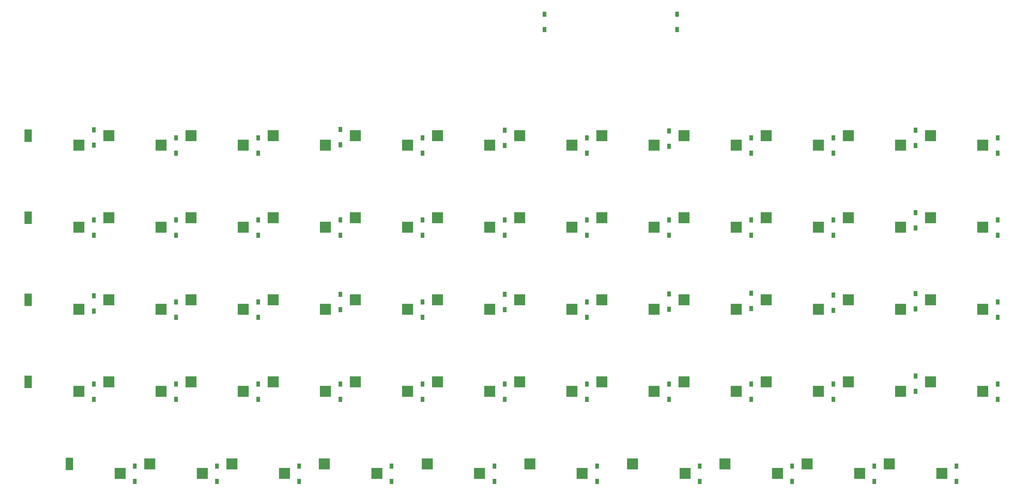
<source format=gbr>
%TF.GenerationSoftware,KiCad,Pcbnew,9.0.1*%
%TF.CreationDate,2025-05-11T16:24:07+09:00*%
%TF.ProjectId,Thinpact,5468696e-7061-4637-942e-6b696361645f,rev?*%
%TF.SameCoordinates,Original*%
%TF.FileFunction,Paste,Bot*%
%TF.FilePolarity,Positive*%
%FSLAX46Y46*%
G04 Gerber Fmt 4.6, Leading zero omitted, Abs format (unit mm)*
G04 Created by KiCad (PCBNEW 9.0.1) date 2025-05-11 16:24:07*
%MOMM*%
%LPD*%
G01*
G04 APERTURE LIST*
%ADD10R,2.600000X2.600000*%
%ADD11R,0.950000X1.300000*%
%ADD12R,1.800000X3.000000*%
G04 APERTURE END LIST*
D10*
%TO.C,SW51*%
X220025000Y-94187500D03*
X232175000Y-96387500D03*
%TD*%
%TO.C,SW56*%
X239075000Y-94187500D03*
X251225000Y-96387500D03*
%TD*%
%TO.C,SW35*%
X162875000Y-75137500D03*
X175025000Y-77337500D03*
%TD*%
D11*
%TO.C,D45*%
X216550000Y-75662500D03*
X216550000Y-79212500D03*
%TD*%
%TO.C,D52*%
X235600000Y-111825000D03*
X235600000Y-115375000D03*
%TD*%
D10*
%TO.C,SW33*%
X143825000Y-132287500D03*
X155975000Y-134487500D03*
%TD*%
D11*
%TO.C,D36*%
X178450000Y-94712500D03*
X178450000Y-98262500D03*
%TD*%
D10*
%TO.C,SW48*%
X200975000Y-132287500D03*
X213125000Y-134487500D03*
%TD*%
D11*
%TO.C,D58*%
X254650000Y-132812500D03*
X254650000Y-136362500D03*
%TD*%
%TO.C,D37*%
X178450000Y-111925000D03*
X178450000Y-115475000D03*
%TD*%
D10*
%TO.C,SW23*%
X105725000Y-132287500D03*
X117875000Y-134487500D03*
%TD*%
%TO.C,SW32*%
X143825000Y-113237500D03*
X155975000Y-115437500D03*
%TD*%
%TO.C,SW49*%
X210500000Y-151337500D03*
X222650000Y-153537500D03*
%TD*%
%TO.C,SW40*%
X181925000Y-75137500D03*
X194075000Y-77337500D03*
%TD*%
D11*
%TO.C,D44*%
X207025000Y-151862500D03*
X207025000Y-155412500D03*
%TD*%
%TO.C,D53*%
X235600000Y-130925000D03*
X235600000Y-134475000D03*
%TD*%
%TO.C,D43*%
X197500000Y-132812500D03*
X197500000Y-136362500D03*
%TD*%
%TO.C,D31*%
X159400000Y-94712500D03*
X159400000Y-98262500D03*
%TD*%
D10*
%TO.C,SW47*%
X200975000Y-113237500D03*
X213125000Y-115437500D03*
%TD*%
D11*
%TO.C,D19*%
X92725000Y-151862500D03*
X92725000Y-155412500D03*
%TD*%
%TO.C,D42*%
X197500000Y-111725000D03*
X197500000Y-115275000D03*
%TD*%
D10*
%TO.C,SW18*%
X86675000Y-132287500D03*
X98825000Y-134487500D03*
%TD*%
D11*
%TO.C,D33*%
X159400000Y-132812500D03*
X159400000Y-136362500D03*
%TD*%
%TO.C,D4*%
X45100000Y-132812500D03*
X45100000Y-136362500D03*
%TD*%
D10*
%TO.C,SW53*%
X220025000Y-132287500D03*
X232175000Y-134487500D03*
%TD*%
%TO.C,SW19*%
X77150000Y-151337500D03*
X89300000Y-153537500D03*
%TD*%
%TO.C,SW7*%
X48575000Y-113237500D03*
X60725000Y-115437500D03*
%TD*%
D11*
%TO.C,D57*%
X254650000Y-113762500D03*
X254650000Y-117312500D03*
%TD*%
D12*
%TO.C,SW9*%
X39450000Y-151337500D03*
D10*
X51200000Y-153537500D03*
%TD*%
%TO.C,SW14*%
X58100000Y-151337500D03*
X70250000Y-153537500D03*
%TD*%
D11*
%TO.C,D11*%
X83200000Y-94712500D03*
X83200000Y-98262500D03*
%TD*%
D10*
%TO.C,SW42*%
X181925000Y-113237500D03*
X194075000Y-115437500D03*
%TD*%
D11*
%TO.C,D48*%
X216550000Y-132812500D03*
X216550000Y-136362500D03*
%TD*%
%TO.C,D21*%
X121300000Y-94712500D03*
X121300000Y-98262500D03*
%TD*%
%TO.C,D14*%
X73675000Y-151862500D03*
X73675000Y-155412500D03*
%TD*%
D10*
%TO.C,SW52*%
X220025000Y-113237500D03*
X232175000Y-115437500D03*
%TD*%
%TO.C,SW44*%
X191450000Y-151337500D03*
X203600000Y-153537500D03*
%TD*%
%TO.C,SW21*%
X105725000Y-94187500D03*
X117875000Y-96387500D03*
%TD*%
%TO.C,SW24*%
X98581300Y-151337500D03*
X110731300Y-153537500D03*
%TD*%
D11*
%TO.C,D18*%
X102250000Y-132812500D03*
X102250000Y-136362500D03*
%TD*%
D10*
%TO.C,SW12*%
X67625000Y-113237500D03*
X79775000Y-115437500D03*
%TD*%
%TO.C,SW10*%
X67625000Y-75137500D03*
X79775000Y-77337500D03*
%TD*%
%TO.C,SW37*%
X162875000Y-113237500D03*
X175025000Y-115437500D03*
%TD*%
D11*
%TO.C,D32*%
X159400000Y-113762500D03*
X159400000Y-117312500D03*
%TD*%
D10*
%TO.C,SW25*%
X124775000Y-75137500D03*
X136925000Y-77337500D03*
%TD*%
D11*
%TO.C,D34*%
X161781300Y-151862500D03*
X161781300Y-155412500D03*
%TD*%
%TO.C,D1*%
X45100000Y-73829751D03*
X45100000Y-77379751D03*
%TD*%
%TO.C,D13*%
X83200000Y-132812500D03*
X83200000Y-136362500D03*
%TD*%
D10*
%TO.C,SW38*%
X162875000Y-132287500D03*
X175025000Y-134487500D03*
%TD*%
%TO.C,SW11*%
X67625000Y-94187500D03*
X79775000Y-96387500D03*
%TD*%
%TO.C,SW58*%
X239075000Y-132287500D03*
X251225000Y-134487500D03*
%TD*%
D11*
%TO.C,D55*%
X254650000Y-75662500D03*
X254650000Y-79212500D03*
%TD*%
%TO.C,D27*%
X140350000Y-112025000D03*
X140350000Y-115575000D03*
%TD*%
%TO.C,D6*%
X64150000Y-94712500D03*
X64150000Y-98262500D03*
%TD*%
D10*
%TO.C,SW55*%
X239075000Y-75137500D03*
X251225000Y-77337500D03*
%TD*%
%TO.C,SW39*%
X170018800Y-151337500D03*
X182168800Y-153537500D03*
%TD*%
%TO.C,SW13*%
X67625000Y-132287500D03*
X79775000Y-134487500D03*
%TD*%
D11*
%TO.C,D5*%
X64150000Y-75662500D03*
X64150000Y-79212500D03*
%TD*%
D10*
%TO.C,SW29*%
X122393800Y-151337500D03*
X134543800Y-153537500D03*
%TD*%
%TO.C,SW54*%
X229550000Y-151337500D03*
X241700000Y-153537500D03*
%TD*%
%TO.C,SW57*%
X239075000Y-113237500D03*
X251225000Y-115437500D03*
%TD*%
D11*
%TO.C,D3*%
X45100000Y-112325000D03*
X45100000Y-115875000D03*
%TD*%
%TO.C,D29*%
X137968800Y-151862500D03*
X137968800Y-155412500D03*
%TD*%
D10*
%TO.C,SW22*%
X105725000Y-113237500D03*
X117875000Y-115437500D03*
%TD*%
D11*
%TO.C,D25*%
X140350000Y-73925000D03*
X140350000Y-77475000D03*
%TD*%
%TO.C,D26*%
X140350000Y-94712500D03*
X140350000Y-98262500D03*
%TD*%
%TO.C,D28*%
X140350000Y-132812500D03*
X140350000Y-136362500D03*
%TD*%
D10*
%TO.C,SW46*%
X200975000Y-94187500D03*
X213125000Y-96387500D03*
%TD*%
%TO.C,SW5*%
X48575000Y-75137500D03*
X60725000Y-77337500D03*
%TD*%
%TO.C,SW31*%
X143825000Y-94187500D03*
X155975000Y-96387500D03*
%TD*%
%TO.C,SW17*%
X86675000Y-113237500D03*
X98825000Y-115437500D03*
%TD*%
D12*
%TO.C,SW2*%
X29925000Y-94187500D03*
D10*
X41675000Y-96387500D03*
%TD*%
D11*
%TO.C,D49*%
X226075000Y-151862500D03*
X226075000Y-155412500D03*
%TD*%
D10*
%TO.C,SW16*%
X86675000Y-94187500D03*
X98825000Y-96387500D03*
%TD*%
D11*
%TO.C,D23*%
X121300000Y-132812500D03*
X121300000Y-136362500D03*
%TD*%
D12*
%TO.C,SW3*%
X29925000Y-113237500D03*
D10*
X41675000Y-115437500D03*
%TD*%
D11*
%TO.C,D7*%
X64150000Y-113762500D03*
X64150000Y-117312500D03*
%TD*%
D10*
%TO.C,SW36*%
X162875000Y-94187500D03*
X175025000Y-96387500D03*
%TD*%
D12*
%TO.C,SW1*%
X29925000Y-75137500D03*
D10*
X41675000Y-77337500D03*
%TD*%
D11*
%TO.C,D35*%
X178450000Y-74025000D03*
X178450000Y-77575000D03*
%TD*%
%TO.C,D46*%
X216550000Y-94712500D03*
X216550000Y-98262500D03*
%TD*%
D10*
%TO.C,SW26*%
X124775000Y-94187500D03*
X136925000Y-96387500D03*
%TD*%
D11*
%TO.C,D59*%
X149600000Y-47000000D03*
X149600000Y-50550000D03*
%TD*%
D10*
%TO.C,SW28*%
X124775000Y-132287500D03*
X136925000Y-134487500D03*
%TD*%
D11*
%TO.C,D20*%
X121300000Y-75662500D03*
X121300000Y-79212500D03*
%TD*%
%TO.C,D9*%
X54625000Y-151862500D03*
X54625000Y-155412500D03*
%TD*%
%TO.C,D15*%
X102250000Y-73725000D03*
X102250000Y-77275000D03*
%TD*%
D10*
%TO.C,SW15*%
X86675000Y-75137500D03*
X98825000Y-77337500D03*
%TD*%
D11*
%TO.C,D60*%
X180356800Y-47000000D03*
X180356800Y-50550000D03*
%TD*%
D10*
%TO.C,SW45*%
X200975000Y-75137500D03*
X213125000Y-77337500D03*
%TD*%
%TO.C,SW30*%
X143825000Y-75137500D03*
X155975000Y-77337500D03*
%TD*%
D11*
%TO.C,D16*%
X102250000Y-94712500D03*
X102250000Y-98262500D03*
%TD*%
%TO.C,D2*%
X45100000Y-94712500D03*
X45100000Y-98262500D03*
%TD*%
D10*
%TO.C,SW50*%
X220025000Y-75137500D03*
X232175000Y-77337500D03*
%TD*%
%TO.C,SW41*%
X181925000Y-94187500D03*
X194075000Y-96387500D03*
%TD*%
D11*
%TO.C,D47*%
X216550000Y-112175000D03*
X216550000Y-115725000D03*
%TD*%
D10*
%TO.C,SW8*%
X48575000Y-132287500D03*
X60725000Y-134487500D03*
%TD*%
%TO.C,SW20*%
X105725000Y-75137500D03*
X117875000Y-77337500D03*
%TD*%
D11*
%TO.C,D50*%
X235600000Y-73925000D03*
X235600000Y-77475000D03*
%TD*%
D10*
%TO.C,SW34*%
X146206300Y-151337500D03*
X158356300Y-153537500D03*
%TD*%
D11*
%TO.C,D51*%
X235600000Y-93025000D03*
X235600000Y-96575000D03*
%TD*%
D10*
%TO.C,SW43*%
X181925000Y-132287500D03*
X194075000Y-134487500D03*
%TD*%
%TO.C,SW6*%
X48575000Y-94187500D03*
X60725000Y-96387500D03*
%TD*%
D11*
%TO.C,D17*%
X102250000Y-112025000D03*
X102250000Y-115575000D03*
%TD*%
%TO.C,D41*%
X197500000Y-94712500D03*
X197500000Y-98262500D03*
%TD*%
%TO.C,D56*%
X254650000Y-94712500D03*
X254650000Y-98262500D03*
%TD*%
%TO.C,D24*%
X114156300Y-151862500D03*
X114156300Y-155412500D03*
%TD*%
%TO.C,D12*%
X83200000Y-113762500D03*
X83200000Y-117312500D03*
%TD*%
D12*
%TO.C,SW4*%
X29925000Y-132287500D03*
D10*
X41675000Y-134487500D03*
%TD*%
D11*
%TO.C,D54*%
X245125000Y-151862500D03*
X245125000Y-155412500D03*
%TD*%
%TO.C,D38*%
X178450000Y-132812500D03*
X178450000Y-136362500D03*
%TD*%
%TO.C,D8*%
X64150000Y-132812500D03*
X64150000Y-136362500D03*
%TD*%
%TO.C,D39*%
X185593800Y-151862500D03*
X185593800Y-155412500D03*
%TD*%
%TO.C,D10*%
X83200000Y-75662500D03*
X83200000Y-79212500D03*
%TD*%
%TO.C,D22*%
X121300000Y-113762500D03*
X121300000Y-117312500D03*
%TD*%
%TO.C,D30*%
X159400000Y-75662500D03*
X159400000Y-79212500D03*
%TD*%
D10*
%TO.C,SW27*%
X124775000Y-113237500D03*
X136925000Y-115437500D03*
%TD*%
D11*
%TO.C,D40*%
X197500000Y-75662500D03*
X197500000Y-79212500D03*
%TD*%
M02*

</source>
